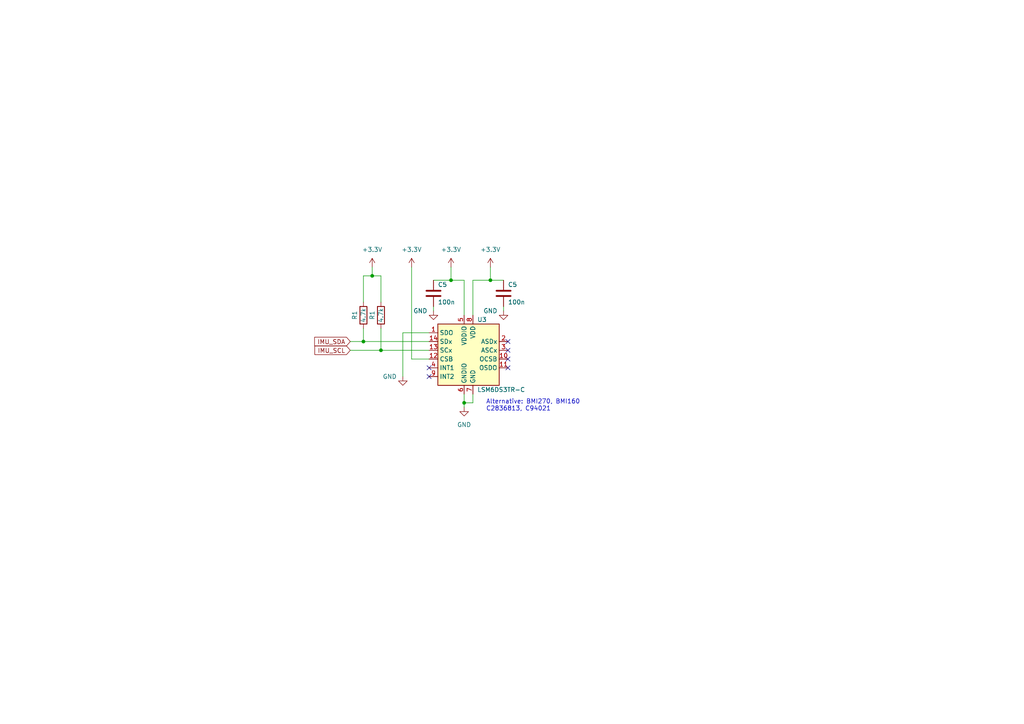
<source format=kicad_sch>
(kicad_sch (version 20230121) (generator eeschema)
  (paper "A4")
  (lib_symbols
    (symbol "Device:C" (pin_numbers hide) (pin_names (offset 0.254))
      (property "Reference" "C" (at 0.635 2.54 0))
      (property "Value" "C" (at 0.635 -2.54 0))
      (symbol "C_0_1"
        (polyline (pts (xy -2.032 -0.762) (xy 2.032 -0.762)) (stroke (width 0.508)))
        (polyline (pts (xy -2.032 0.762) (xy 2.032 0.762)) (stroke (width 0.508)))
      )
      (symbol "C_1_1"
        (pin passive line (at 0 3.81 270) (length 2.794) (name "~") (number "1"))
        (pin passive line (at 0 -3.81 90) (length 2.794) (name "~") (number "2"))
      )
    )
    (symbol "Device:R" (pin_numbers hide) (pin_names (offset 0))
      (property "Reference" "R" (at 2.032 0 90))
      (property "Value" "R" (at 0 0 90))
      (symbol "R_0_1"
        (rectangle (start -1.016 -2.54) (end 1.016 2.54) (stroke (width 0.254)))
      )
      (symbol "R_1_1"
        (pin passive line (at 0 3.81 270) (length 1.27) (name "~") (number "1"))
        (pin passive line (at 0 -3.81 90) (length 1.27) (name "~") (number "2"))
      )
    )
    (symbol "Sensor_Motion:BMI160"
      (property "Reference" "U" (at -10.16 8.89 0))
      (property "Value" "BMI160" (at 7.62 8.89 0))
      (symbol "BMI160_1_1"
        (rectangle (start -10.16 7.62) (end 7.62 -10.16) (stroke (width 0.254)) (fill (type background)))
        (pin bidirectional line (at -12.7 5.08 0) (length 2.54) (name "SDO") (number "1"))
        (pin bidirectional line (at 10.16 -2.54 180) (length 2.54) (name "OCSB") (number "10"))
        (pin bidirectional line (at 10.16 -5.08 180) (length 2.54) (name "OSDO") (number "11"))
        (pin input line (at -12.7 -2.54 0) (length 2.54) (name "CSB") (number "12"))
        (pin input line (at -12.7 0 0) (length 2.54) (name "SCx") (number "13"))
        (pin bidirectional line (at -12.7 2.54 0) (length 2.54) (name "SDx") (number "14"))
        (pin bidirectional line (at 10.16 2.54 180) (length 2.54) (name "ASDx") (number "2"))
        (pin output line (at 10.16 0 180) (length 2.54) (name "ASCx") (number "3"))
        (pin bidirectional line (at -12.7 -5.08 0) (length 2.54) (name "INT1") (number "4"))
        (pin power_in line (at -2.54 10.16 270) (length 2.54) (name "VDDIO") (number "5"))
        (pin power_in line (at -2.54 -12.7 90) (length 2.54) (name "GNDIO") (number "6"))
        (pin power_in line (at 0 -12.7 90) (length 2.54) (name "GND") (number "7"))
        (pin power_in line (at 0 10.16 270) (length 2.54) (name "VDD") (number "8"))
        (pin bidirectional line (at -12.7 -7.62 0) (length 2.54) (name "INT2") (number "9"))
      )
    )
    (symbol "power:+3.3V" (power) (pin_names (offset 0))
      (property "Value" "+3.3V" (at 0 3.556 0))
      (symbol "+3.3V_0_1"
        (polyline (pts (xy -0.762 1.27) (xy 0 2.54)))
        (polyline (pts (xy 0 0) (xy 0 2.54)))
        (polyline (pts (xy 0 2.54) (xy 0.762 1.27)))
      )
      (symbol "+3.3V_1_1"
        (pin power_in line (at 0 0 90) (length 0) hide (name "+3.3V") (number "1"))
      )
    )
    (symbol "power:GND" (power) (pin_names (offset 0))
      (property "Value" "GND" (at 0 -3.81 0))
      (symbol "GND_0_1"
        (polyline (pts (xy 0 0) (xy 0 -1.27) (xy 1.27 -1.27) (xy 0 -2.54) (xy -1.27 -1.27) (xy 0 -1.27)))
      )
      (symbol "GND_1_1"
        (pin power_in line (at 0 0 270) (length 0) hide (name "GND") (number "1"))
      )
    )
  )
  (junction (at 142.24 81.28))
  (junction (at 134.62 116.84))
  (junction (at 130.81 81.28))
  (junction (at 105.41 99.06))
  (junction (at 110.49 101.6))
  (junction (at 107.95 80.01))
  (no_connect (at 147.32 99.06))
  (no_connect (at 147.32 101.6))
  (no_connect (at 124.46 106.68))
  (no_connect (at 147.32 104.14))
  (no_connect (at 124.46 109.22))
  (no_connect (at 147.32 106.68))
  (wire (pts (xy 105.41 95.25) (xy 105.41 99.06)))
  (wire (pts (xy 142.24 81.28) (xy 146.05 81.28)))
  (wire (pts (xy 130.81 77.47) (xy 130.81 81.28)))
  (wire (pts (xy 134.62 81.28) (xy 130.81 81.28)))
  (wire (pts (xy 130.81 81.28) (xy 125.73 81.28)))
  (wire (pts (xy 110.49 95.25) (xy 110.49 101.6)))
  (wire (pts (xy 110.49 87.63) (xy 110.49 80.01)))
  (wire (pts (xy 137.16 81.28) (xy 142.24 81.28)))
  (wire (pts (xy 124.46 104.14) (xy 119.38 104.14)))
  (wire (pts (xy 105.41 80.01) (xy 107.95 80.01)))
  (wire (pts (xy 110.49 101.6) (xy 124.46 101.6)))
  (wire (pts (xy 134.62 116.84) (xy 134.62 118.11)))
  (wire (pts (xy 124.46 96.52) (xy 116.84 96.52)))
  (wire (pts (xy 105.41 87.63) (xy 105.41 80.01)))
  (wire (pts (xy 116.84 96.52) (xy 116.84 109.22)))
  (wire (pts (xy 105.41 99.06) (xy 124.46 99.06)))
  (wire (pts (xy 137.16 116.84) (xy 134.62 116.84)))
  (wire (pts (xy 137.16 114.3) (xy 137.16 116.84)))
  (wire (pts (xy 142.24 77.47) (xy 142.24 81.28)))
  (wire (pts (xy 107.95 77.47) (xy 107.95 80.01)))
  (wire (pts (xy 101.6 99.06) (xy 105.41 99.06)))
  (wire (pts (xy 146.05 88.9) (xy 146.05 90.17)))
  (wire (pts (xy 101.6 101.6) (xy 110.49 101.6)))
  (wire (pts (xy 137.16 81.28) (xy 137.16 91.44)))
  (wire (pts (xy 119.38 77.47) (xy 119.38 104.14)))
  (wire (pts (xy 134.62 81.28) (xy 134.62 91.44)))
  (wire (pts (xy 134.62 114.3) (xy 134.62 116.84)))
  (wire (pts (xy 125.73 88.9) (xy 125.73 90.17)))
  (wire (pts (xy 107.95 80.01) (xy 110.49 80.01)))
  (text "Alternative: BMI270, BMI160\nC2836813, C94021" (at 140.97 119.38 0) (effects (font (size 1.27 1.27)) (justify left bottom)))
  (global_label "IMU_SCL" (shape input) (at 101.6 101.6 180) (property "Intersheetrefs" "${INTERSHEET_REFS}" (effects hide)))
  (global_label "IMU_SDA" (shape input) (at 101.6 99.06 180) (property "Intersheetrefs" "${INTERSHEET_REFS}" (effects hide)))
  (symbol (lib_id "power:GND") (at 134.62 118.11 0) (unit 1)
    (property "Reference" "#PWR07" (effects hide))
    (property "Value" "GND" (at 134.62 123.19 0))
    (instances (project "GigaVesc" (path "" (reference "#PWR07") (unit 1)) (path "" (reference "#PWR023") (unit 1))))
  )
  (symbol (lib_id "Sensor_Motion:BMI160") (at 137.16 101.6 0) (unit 1)
    (property "Reference" "U3" (at 138.43 92.71 0) (effects (justify left)))
    (property "Value" "LSM6DS3TR-C" (at 138.43 113.03 0) (effects (justify left)))
    (property "Footprint" "Package_LGA:Bosch_LGA-14_3x2.5mm_P0.5mm" (effects hide))
    (property "Datasheet" "https://www.bosch-sensortec.com/media/boschsensortec/downloads/datasheets/bst-bmi160-ds000.pdf" (effects hide))
    (property "MPN" "C967633" (effects hide))
  )
  (symbol (lib_id "power:+3.3V") (at 119.38 77.47 0) (unit 1)
    (property "Reference" "#PWR03" (effects hide))
    (property "Value" "+3.3V" (at 119.38 72.39 0))
    (instances (project "GigaVesc" (path "" (reference "#PWR03") (unit 1)) (path "" (reference "#PWR020") (unit 1))))
  )
  (symbol (lib_id "Device:R") (at 105.41 91.44 0) (unit 1)
    (property "Reference" "R1" (at 102.87 91.44 90))
    (property "Value" "4.7k" (at 105.41 91.44 90))
    (property "Footprint" "Resistor_SMD:R_0805_2012Metric" (effects hide))
    (property "MPN" "C17673" (effects hide))
    (instances (project "GigaVesc" (path "" (reference "R1") (unit 1)) (path "" (reference "R5") (unit 1))))
  )
  (symbol (lib_id "power:+3.3V") (at 142.24 77.47 0) (unit 1)
    (property "Reference" "#PWR03" (effects hide))
    (property "Value" "+3.3V" (at 142.24 72.39 0))
    (instances (project "GigaVesc" (path "" (reference "#PWR03") (unit 1)) (path "" (reference "#PWR024") (unit 1))))
  )
  (symbol (lib_id "power:+3.3V") (at 130.81 77.47 0) (unit 1)
    (property "Reference" "#PWR03" (effects hide))
    (property "Value" "+3.3V" (at 130.81 72.39 0))
    (instances (project "GigaVesc" (path "" (reference "#PWR03") (unit 1)) (path "" (reference "#PWR022") (unit 1))))
  )
  (symbol (lib_id "Device:C") (at 125.73 85.09 0) (unit 1)
    (property "Reference" "C5" (at 127 82.55 0) (effects (justify left)))
    (property "Value" "100n" (at 127 87.63 0) (effects (justify left)))
    (property "Footprint" "Capacitor_SMD:C_0805_2012Metric" (effects hide))
    (instances (project "GigaVesc" (path "" (reference "C5") (unit 1)) (path "" (reference "C16") (unit 1))))
  )
  (symbol (lib_id "power:GND") (at 116.84 109.22 0) (unit 1)
    (property "Reference" "#PWR07" (effects hide))
    (property "Value" "GND" (at 113.03 109.22 0))
    (instances (project "GigaVesc" (path "" (reference "#PWR07") (unit 1)) (path "" (reference "#PWR019") (unit 1))))
  )
  (symbol (lib_id "Device:C") (at 146.05 85.09 0) (unit 1)
    (property "Reference" "C5" (at 147.32 82.55 0) (effects (justify left)))
    (property "Value" "100n" (at 147.32 87.63 0) (effects (justify left)))
    (property "Footprint" "Capacitor_SMD:C_0805_2012Metric" (effects hide))
    (instances (project "GigaVesc" (path "" (reference "C5") (unit 1)) (path "" (reference "C17") (unit 1))))
  )
  (symbol (lib_id "power:GND") (at 125.73 90.17 0) (unit 1)
    (property "Reference" "#PWR07" (effects hide))
    (property "Value" "GND" (at 121.92 90.17 0))
    (instances (project "GigaVesc" (path "" (reference "#PWR07") (unit 1)) (path "" (reference "#PWR021") (unit 1))))
  )
  (symbol (lib_id "Device:R") (at 110.49 91.44 0) (unit 1)
    (property "Reference" "R1" (at 107.95 91.44 90))
    (property "Value" "4.7k" (at 110.49 91.44 90))
    (property "Footprint" "Resistor_SMD:R_0805_2012Metric" (effects hide))
    (instances (project "GigaVesc" (path "" (reference "R1") (unit 1)) (path "" (reference "R6") (unit 1))))
  )
  (symbol (lib_id "power:GND") (at 146.05 90.17 0) (unit 1)
    (property "Reference" "#PWR07" (effects hide))
    (property "Value" "GND" (at 142.24 90.17 0))
    (instances (project "GigaVesc" (path "" (reference "#PWR07") (unit 1)) (path "" (reference "#PWR025") (unit 1))))
  )
  (symbol (lib_id "power:+3.3V") (at 107.95 77.47 0) (unit 1)
    (property "Reference" "#PWR03" (effects hide))
    (property "Value" "+3.3V" (at 107.95 72.39 0))
    (instances (project "GigaVesc" (path "" (reference "#PWR03") (unit 1)) (path "" (reference "#PWR018") (unit 1))))
  )
)
</source>
